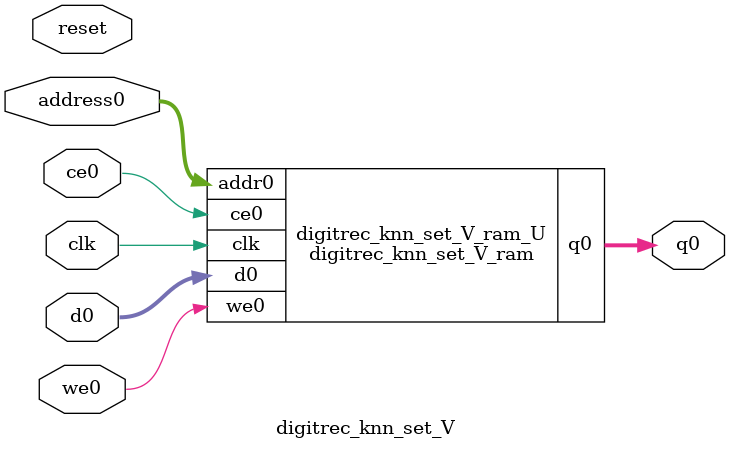
<source format=v>

`timescale 1 ns / 1 ps
module digitrec_knn_set_V_ram (addr0, ce0, d0, we0, q0,  clk);

parameter DWIDTH = 6;
parameter AWIDTH = 5;
parameter MEM_SIZE = 30;

input[AWIDTH-1:0] addr0;
input ce0;
input[DWIDTH-1:0] d0;
input we0;
output reg[DWIDTH-1:0] q0;
input clk;

(* ram_style = "distributed" *)reg [DWIDTH-1:0] ram[MEM_SIZE-1:0];




always @(posedge clk)  
begin 
    if (ce0) 
    begin
        if (we0) 
        begin 
            ram[addr0] <= d0; 
            q0 <= d0;
        end 
        else 
            q0 <= ram[addr0];
    end
end


endmodule


`timescale 1 ns / 1 ps
module digitrec_knn_set_V(
    reset,
    clk,
    address0,
    ce0,
    we0,
    d0,
    q0);

parameter DataWidth = 32'd6;
parameter AddressRange = 32'd30;
parameter AddressWidth = 32'd5;
input reset;
input clk;
input[AddressWidth - 1:0] address0;
input ce0;
input we0;
input[DataWidth - 1:0] d0;
output[DataWidth - 1:0] q0;



digitrec_knn_set_V_ram digitrec_knn_set_V_ram_U(
    .clk( clk ),
    .addr0( address0 ),
    .ce0( ce0 ),
    .d0( d0 ),
    .we0( we0 ),
    .q0( q0 ));

endmodule


</source>
